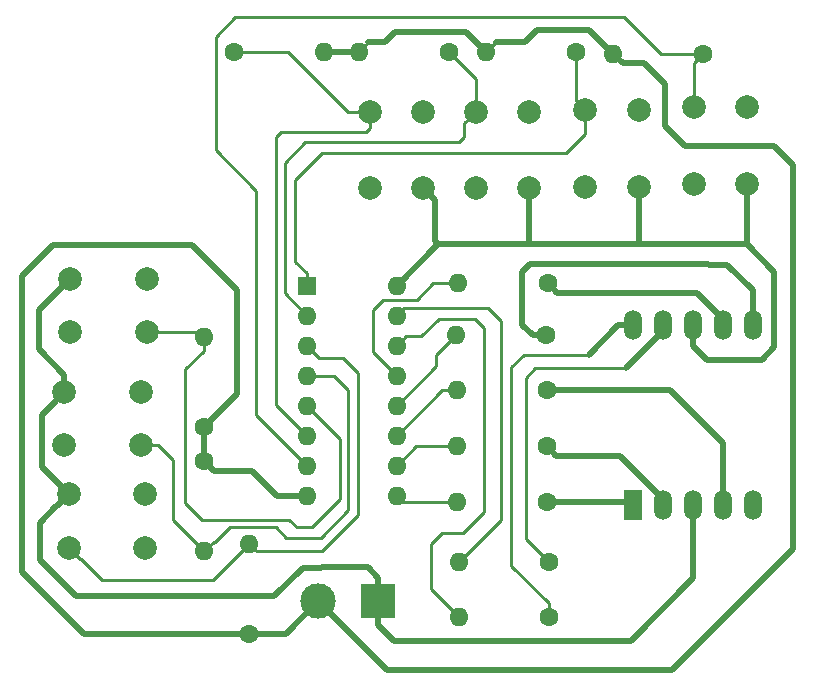
<source format=gbr>
G04 #@! TF.GenerationSoftware,KiCad,Pcbnew,5.1.1-8be2ce7~80~ubuntu18.04.1*
G04 #@! TF.CreationDate,2019-04-19T16:42:06-07:00*
G04 #@! TF.ProjectId,7_segment_led,375f7365-676d-4656-9e74-5f6c65642e6b,v01*
G04 #@! TF.SameCoordinates,Original*
G04 #@! TF.FileFunction,Copper,L2,Bot*
G04 #@! TF.FilePolarity,Positive*
%FSLAX46Y46*%
G04 Gerber Fmt 4.6, Leading zero omitted, Abs format (unit mm)*
G04 Created by KiCad (PCBNEW 5.1.1-8be2ce7~80~ubuntu18.04.1) date 2019-04-19 16:42:06*
%MOMM*%
%LPD*%
G04 APERTURE LIST*
%ADD10C,2.000000*%
%ADD11O,1.600000X1.600000*%
%ADD12C,1.600000*%
%ADD13C,3.000000*%
%ADD14R,3.000000X3.000000*%
%ADD15R,1.524000X2.524000*%
%ADD16O,1.524000X2.524000*%
%ADD17R,1.600000X1.600000*%
%ADD18C,0.250000*%
%ADD19C,0.500000*%
G04 APERTURE END LIST*
D10*
X99974400Y-82935200D03*
X99974400Y-78435200D03*
X106474400Y-82935200D03*
X106474400Y-78435200D03*
D11*
X111404400Y-65125600D03*
D12*
X111404400Y-72745600D03*
D11*
X133045200Y-84124800D03*
D12*
X140665200Y-84124800D03*
D13*
X121107200Y-87477600D03*
D14*
X126187200Y-87477600D03*
D15*
X147777200Y-79349600D03*
D16*
X150317200Y-79349600D03*
X152857200Y-79349600D03*
X155397200Y-79349600D03*
X157937200Y-79349600D03*
X157937200Y-64109600D03*
X155397200Y-64109600D03*
X152857200Y-64109600D03*
X150317200Y-64109600D03*
X147777200Y-64109600D03*
D11*
X132943600Y-60553600D03*
D12*
X140563600Y-60553600D03*
D11*
X132791200Y-64973200D03*
D12*
X140411200Y-64973200D03*
X140512800Y-69596000D03*
D11*
X132892800Y-69596000D03*
X132842000Y-74371200D03*
D12*
X140462000Y-74371200D03*
X140462000Y-79044800D03*
D11*
X132842000Y-79044800D03*
D12*
X140614400Y-88798400D03*
D11*
X132994400Y-88798400D03*
X115265200Y-82600800D03*
D12*
X115265200Y-90220800D03*
D11*
X146100800Y-41148000D03*
D12*
X153720800Y-41148000D03*
X142951200Y-40944800D03*
D11*
X135331200Y-40944800D03*
D12*
X111455200Y-75641200D03*
D11*
X111455200Y-83261200D03*
X124561600Y-40944800D03*
D12*
X132181600Y-40944800D03*
X113995200Y-40944800D03*
D11*
X121615200Y-40944800D03*
D10*
X152929200Y-45618400D03*
X157429200Y-45618400D03*
X152929200Y-52118400D03*
X157429200Y-52118400D03*
X148234400Y-52423200D03*
X143734400Y-52423200D03*
X148234400Y-45923200D03*
X143734400Y-45923200D03*
X134488800Y-46024800D03*
X138988800Y-46024800D03*
X134488800Y-52524800D03*
X138988800Y-52524800D03*
X129997200Y-52524800D03*
X125497200Y-52524800D03*
X129997200Y-46024800D03*
X125497200Y-46024800D03*
X106118800Y-69748400D03*
X106118800Y-74248400D03*
X99618800Y-69748400D03*
X99618800Y-74248400D03*
X100076000Y-64698000D03*
X100076000Y-60198000D03*
X106576000Y-64698000D03*
X106576000Y-60198000D03*
D17*
X120142000Y-60756800D03*
D11*
X127762000Y-78536800D03*
X120142000Y-63296800D03*
X127762000Y-75996800D03*
X120142000Y-65836800D03*
X127762000Y-73456800D03*
X120142000Y-68376800D03*
X127762000Y-70916800D03*
X120142000Y-70916800D03*
X127762000Y-68376800D03*
X120142000Y-73456800D03*
X127762000Y-65836800D03*
X120142000Y-75996800D03*
X127762000Y-63296800D03*
X120142000Y-78536800D03*
X127762000Y-60756800D03*
D18*
X132943600Y-60553600D02*
X130860800Y-60553600D01*
X130860800Y-60553600D02*
X129438400Y-61976000D01*
X129438400Y-61976000D02*
X126593600Y-61976000D01*
X126593600Y-61976000D02*
X125730000Y-62839600D01*
X125730000Y-66344800D02*
X127762000Y-68376800D01*
X125730000Y-62839600D02*
X125730000Y-66344800D01*
D19*
X155397200Y-63609600D02*
X155397200Y-64109600D01*
X153141199Y-61353599D02*
X155397200Y-63609600D01*
X141363599Y-61353599D02*
X153141199Y-61353599D01*
X140563600Y-60553600D02*
X141363599Y-61353599D01*
D18*
X132791200Y-64973200D02*
X131114800Y-66649600D01*
X131114800Y-67564000D02*
X127762000Y-70916800D01*
X131114800Y-66649600D02*
X131114800Y-67564000D01*
D19*
X139279830Y-64973200D02*
X138379200Y-64072570D01*
X140411200Y-64973200D02*
X139279830Y-64973200D01*
X138379200Y-64072570D02*
X138379200Y-59588400D01*
X138379200Y-59588400D02*
X139039600Y-58928000D01*
X139039600Y-58928000D02*
X154127200Y-58928000D01*
X154127200Y-58928000D02*
X154178000Y-58978800D01*
X154178000Y-58978800D02*
X155752800Y-58978800D01*
X157937200Y-61163200D02*
X157937200Y-64109600D01*
X155752800Y-58978800D02*
X157937200Y-61163200D01*
D18*
X131622800Y-69596000D02*
X127762000Y-73456800D01*
X132892800Y-69596000D02*
X131622800Y-69596000D01*
D19*
X140512800Y-69596000D02*
X150926800Y-69596000D01*
X155397200Y-74066400D02*
X155397200Y-79349600D01*
X150926800Y-69596000D02*
X155397200Y-74066400D01*
D18*
X129387600Y-74371200D02*
X127762000Y-75996800D01*
X132842000Y-74371200D02*
X129387600Y-74371200D01*
D19*
X150317200Y-78849600D02*
X150317200Y-79349600D01*
X146638799Y-75171199D02*
X150317200Y-78849600D01*
X141261999Y-75171199D02*
X146638799Y-75171199D01*
X140462000Y-74371200D02*
X141261999Y-75171199D01*
D18*
X128270000Y-79044800D02*
X127762000Y-78536800D01*
X132842000Y-79044800D02*
X128270000Y-79044800D01*
D19*
X147472400Y-79044800D02*
X147777200Y-79349600D01*
X140462000Y-79044800D02*
X147472400Y-79044800D01*
D18*
X136550400Y-80619600D02*
X133045200Y-84124800D01*
X135483600Y-62687200D02*
X136550400Y-63754000D01*
X136550400Y-63754000D02*
X136550400Y-80619600D01*
X127762000Y-63296800D02*
X128371600Y-62687200D01*
X128371600Y-62687200D02*
X135483600Y-62687200D01*
D19*
X150317200Y-64609600D02*
X147159600Y-67767200D01*
X150317200Y-64109600D02*
X150317200Y-64609600D01*
D18*
X140411200Y-84124800D02*
X140665200Y-84124800D01*
X138709400Y-68554600D02*
X138709400Y-82169000D01*
X138709400Y-82169000D02*
X140665200Y-84124800D01*
X147159600Y-67767200D02*
X139496800Y-67767200D01*
X139496800Y-67767200D02*
X138709400Y-68554600D01*
X128561999Y-65036801D02*
X129831999Y-65036801D01*
X127762000Y-65836800D02*
X128561999Y-65036801D01*
X129831999Y-65036801D02*
X131318000Y-63550800D01*
X131318000Y-63550800D02*
X134416800Y-63550800D01*
X134416800Y-63550800D02*
X135178800Y-64312800D01*
X135178800Y-64312800D02*
X135178800Y-79908400D01*
X135178800Y-79908400D02*
X133400800Y-81686400D01*
X133400800Y-81686400D02*
X131572000Y-81686400D01*
X131572000Y-81686400D02*
X130657600Y-82600800D01*
X130657600Y-86461600D02*
X132994400Y-88798400D01*
X130657600Y-82600800D02*
X130657600Y-86461600D01*
D19*
X146515200Y-64109600D02*
X147777200Y-64109600D01*
X144026000Y-66598800D02*
X146515200Y-64109600D01*
D18*
X138582400Y-66598800D02*
X144026000Y-66598800D01*
X138531600Y-66598800D02*
X138582400Y-66598800D01*
X140614400Y-87667030D02*
X137464800Y-84517430D01*
X140614400Y-88798400D02*
X140614400Y-87667030D01*
X137464800Y-67665600D02*
X138531600Y-66598800D01*
X137464800Y-84517430D02*
X137464800Y-67665600D01*
X121158000Y-66852800D02*
X120142000Y-65836800D01*
X115925600Y-83261200D02*
X121412000Y-83261200D01*
X121412000Y-83261200D02*
X124460000Y-80213200D01*
X124460000Y-80213200D02*
X124460000Y-68122800D01*
X115265200Y-82600800D02*
X115925600Y-83261200D01*
X124460000Y-68122800D02*
X123190000Y-66852800D01*
X123190000Y-66852800D02*
X121158000Y-66852800D01*
X100974399Y-83935199D02*
X101003999Y-83935199D01*
X99974400Y-82935200D02*
X100974399Y-83935199D01*
X101003999Y-83935199D02*
X102768400Y-85699600D01*
X112166400Y-85699600D02*
X115265200Y-82600800D01*
X102768400Y-85699600D02*
X112166400Y-85699600D01*
X125361599Y-40144801D02*
X124561600Y-40944800D01*
X136131199Y-40144801D02*
X135331200Y-40944800D01*
D19*
X112255199Y-76441199D02*
X115506399Y-76441199D01*
X111455200Y-75641200D02*
X112255199Y-76441199D01*
X115506399Y-76441199D02*
X117602000Y-78536800D01*
X117602000Y-78536800D02*
X120142000Y-78536800D01*
X111404400Y-75590400D02*
X111455200Y-75641200D01*
X111404400Y-72745600D02*
X111404400Y-75590400D01*
X118364000Y-90220800D02*
X121107200Y-87477600D01*
X115265200Y-90220800D02*
X118364000Y-90220800D01*
X115265200Y-90220800D02*
X114133830Y-90220800D01*
X121615200Y-40944800D02*
X124561600Y-40944800D01*
X125361599Y-40144801D02*
X126733199Y-40144801D01*
X126733199Y-40144801D02*
X127609600Y-39268400D01*
X133654800Y-39268400D02*
X135331200Y-40944800D01*
X127609600Y-39268400D02*
X133654800Y-39268400D01*
X144061611Y-39108811D02*
X146100800Y-41148000D01*
X139656389Y-39108811D02*
X144061611Y-39108811D01*
X136131199Y-40144801D02*
X138620399Y-40144801D01*
X138620399Y-40144801D02*
X139656389Y-39108811D01*
X146900799Y-41947999D02*
X146100800Y-41148000D01*
X148729599Y-41947999D02*
X146900799Y-41947999D01*
X152146000Y-48920400D02*
X150469600Y-47244000D01*
X126898400Y-93268800D02*
X151079200Y-93268800D01*
X150469600Y-47244000D02*
X150469600Y-43688000D01*
X121107200Y-87477600D02*
X126898400Y-93268800D01*
X159664400Y-48920400D02*
X152146000Y-48920400D01*
X151079200Y-93268800D02*
X161290000Y-83058000D01*
X150469600Y-43688000D02*
X148729599Y-41947999D01*
X161290000Y-50546000D02*
X159664400Y-48920400D01*
X161290000Y-83058000D02*
X161290000Y-50546000D01*
X101295200Y-90220800D02*
X115265200Y-90220800D01*
X96062800Y-84988400D02*
X101295200Y-90220800D01*
X114249200Y-69900800D02*
X114249200Y-61163200D01*
X114249200Y-61163200D02*
X110439200Y-57353200D01*
X111404400Y-72745600D02*
X114249200Y-69900800D01*
X110439200Y-57353200D02*
X98653600Y-57353200D01*
X98653600Y-57353200D02*
X96062800Y-59944000D01*
X96062800Y-59944000D02*
X96062800Y-84988400D01*
D18*
X152929200Y-41939600D02*
X153720800Y-41148000D01*
X152929200Y-45618400D02*
X152929200Y-41939600D01*
X116535200Y-72390000D02*
X120142000Y-75996800D01*
X115874800Y-71729600D02*
X120142000Y-75996800D01*
X150114000Y-41148000D02*
X147015200Y-38049200D01*
X153720800Y-41148000D02*
X150114000Y-41148000D01*
X115874800Y-52730400D02*
X115874800Y-71729600D01*
X112420400Y-49276000D02*
X115874800Y-52730400D01*
X112471200Y-39674800D02*
X114096800Y-38049200D01*
X147015200Y-38049200D02*
X114096800Y-38049200D01*
X112420400Y-39674800D02*
X112471200Y-39674800D01*
X112420400Y-39674800D02*
X112420400Y-49276000D01*
X142951200Y-45140000D02*
X143734400Y-45923200D01*
X142951200Y-40944800D02*
X142951200Y-45140000D01*
X120142000Y-59706800D02*
X120142000Y-60756800D01*
X143734400Y-47883200D02*
X142087600Y-49530000D01*
X142087600Y-49530000D02*
X121462800Y-49530000D01*
X143734400Y-45923200D02*
X143734400Y-47883200D01*
X119176800Y-51816000D02*
X119176800Y-58741600D01*
X121462800Y-49530000D02*
X119176800Y-51816000D01*
X119176800Y-58741600D02*
X120142000Y-59706800D01*
X122428000Y-68376800D02*
X120142000Y-68376800D01*
X123647200Y-69596000D02*
X122428000Y-68376800D01*
X123647200Y-79756000D02*
X123647200Y-69596000D01*
X121310400Y-82092800D02*
X123647200Y-79756000D01*
X112255199Y-82461201D02*
X112356799Y-82461201D01*
X111455200Y-83261200D02*
X112255199Y-82461201D01*
X112356799Y-82461201D02*
X113639600Y-81178400D01*
X113639600Y-81178400D02*
X117500400Y-81178400D01*
X117500400Y-81178400D02*
X118414800Y-82092800D01*
X118414800Y-82092800D02*
X121310400Y-82092800D01*
X108813600Y-80619600D02*
X111455200Y-83261200D01*
X108813600Y-75528987D02*
X108813600Y-80619600D01*
X107533013Y-74248400D02*
X108813600Y-75528987D01*
X106118800Y-74248400D02*
X107533013Y-74248400D01*
X134488800Y-43252000D02*
X134488800Y-46024800D01*
X132181600Y-40944800D02*
X134488800Y-43252000D01*
X118262400Y-61417200D02*
X120142000Y-63296800D01*
X133488801Y-47024799D02*
X133488801Y-48171999D01*
X134488800Y-46024800D02*
X133488801Y-47024799D01*
X133488801Y-48171999D02*
X133045200Y-48615600D01*
X118262400Y-50342800D02*
X118262400Y-61417200D01*
X133045200Y-48615600D02*
X119989600Y-48615600D01*
X119989600Y-48615600D02*
X118262400Y-50342800D01*
X122986800Y-73761600D02*
X120142000Y-70916800D01*
X122986800Y-78841600D02*
X122986800Y-73761600D01*
X120599200Y-81229200D02*
X122986800Y-78841600D01*
X119329200Y-81229200D02*
X120599200Y-81229200D01*
X111404400Y-66256970D02*
X109829600Y-67831770D01*
X109829600Y-67831770D02*
X109829600Y-79146400D01*
X118668800Y-80568800D02*
X119329200Y-81229200D01*
X109829600Y-79146400D02*
X111252000Y-80568800D01*
X111404400Y-65125600D02*
X111404400Y-66256970D01*
X111252000Y-80568800D02*
X118668800Y-80568800D01*
X110976800Y-64698000D02*
X111404400Y-65125600D01*
X106576000Y-64698000D02*
X110976800Y-64698000D01*
X117551200Y-70866000D02*
X120142000Y-73456800D01*
X125184213Y-47752000D02*
X117957600Y-47752000D01*
X125497200Y-46024800D02*
X125497200Y-47439013D01*
X117551200Y-48158400D02*
X117551200Y-70866000D01*
X117957600Y-47752000D02*
X117551200Y-48158400D01*
X125497200Y-47439013D02*
X125184213Y-47752000D01*
X113995200Y-40944800D02*
X118516400Y-40944800D01*
X123596400Y-46024800D02*
X125497200Y-46024800D01*
X118516400Y-40944800D02*
X123596400Y-46024800D01*
D19*
X131267200Y-57251600D02*
X127762000Y-60756800D01*
X152857200Y-64109600D02*
X152857200Y-65871600D01*
X154041600Y-67056000D02*
X158648400Y-67056000D01*
X158648400Y-67056000D02*
X159715200Y-65989200D01*
X159715200Y-65989200D02*
X159715200Y-59588400D01*
X152857200Y-65871600D02*
X154041600Y-67056000D01*
X159715200Y-59588400D02*
X157378400Y-57251600D01*
X157378400Y-57251600D02*
X148285200Y-57251600D01*
X148285200Y-57251600D02*
X139141200Y-57251600D01*
X139141200Y-57251600D02*
X131267200Y-57251600D01*
X138988800Y-57099200D02*
X139141200Y-57251600D01*
X138988800Y-52524800D02*
X138988800Y-57099200D01*
X148234400Y-56946800D02*
X148285200Y-56997600D01*
X148234400Y-52423200D02*
X148234400Y-56946800D01*
D18*
X148285200Y-56997600D02*
X148285200Y-57251600D01*
D19*
X157378400Y-53583413D02*
X157378400Y-56946800D01*
X157429200Y-53532613D02*
X157378400Y-53583413D01*
X157429200Y-52118400D02*
X157429200Y-53532613D01*
D18*
X157378400Y-56946800D02*
X157378400Y-57251600D01*
D19*
X130997199Y-56981599D02*
X131267200Y-57251600D01*
X130997199Y-53524799D02*
X130997199Y-56981599D01*
X129997200Y-52524800D02*
X130997199Y-53524799D01*
X126187200Y-89477600D02*
X127540000Y-90830400D01*
X126187200Y-87477600D02*
X126187200Y-89477600D01*
X127540000Y-90830400D02*
X147574000Y-90830400D01*
X152857200Y-85547200D02*
X152857200Y-79349600D01*
X147574000Y-90830400D02*
X152857200Y-85547200D01*
X97688400Y-71678800D02*
X98618801Y-70748399D01*
X99974400Y-78435200D02*
X97688400Y-76149200D01*
X98618801Y-70748399D02*
X99618800Y-69748400D01*
X97688400Y-76149200D02*
X97688400Y-71678800D01*
X99618800Y-68334187D02*
X97434400Y-66149787D01*
X99618800Y-69748400D02*
X99618800Y-68334187D01*
X97434400Y-62839600D02*
X100076000Y-60198000D01*
X97434400Y-66149787D02*
X97434400Y-62839600D01*
X98923601Y-79435199D02*
X98974401Y-79435199D01*
X100584000Y-87020400D02*
X97536000Y-83972400D01*
X117398800Y-87020400D02*
X100584000Y-87020400D01*
X97536000Y-80822800D02*
X98923601Y-79435199D01*
X126187200Y-87477600D02*
X126187200Y-85477600D01*
X98974401Y-79435199D02*
X99974400Y-78435200D01*
X97536000Y-83972400D02*
X97536000Y-80822800D01*
X126187200Y-85477600D02*
X125291600Y-84582000D01*
X125291600Y-84582000D02*
X121393200Y-84582000D01*
X121393200Y-84582000D02*
X121342400Y-84632800D01*
X121342400Y-84632800D02*
X119786400Y-84632800D01*
X119786400Y-84632800D02*
X117398800Y-87020400D01*
M02*

</source>
